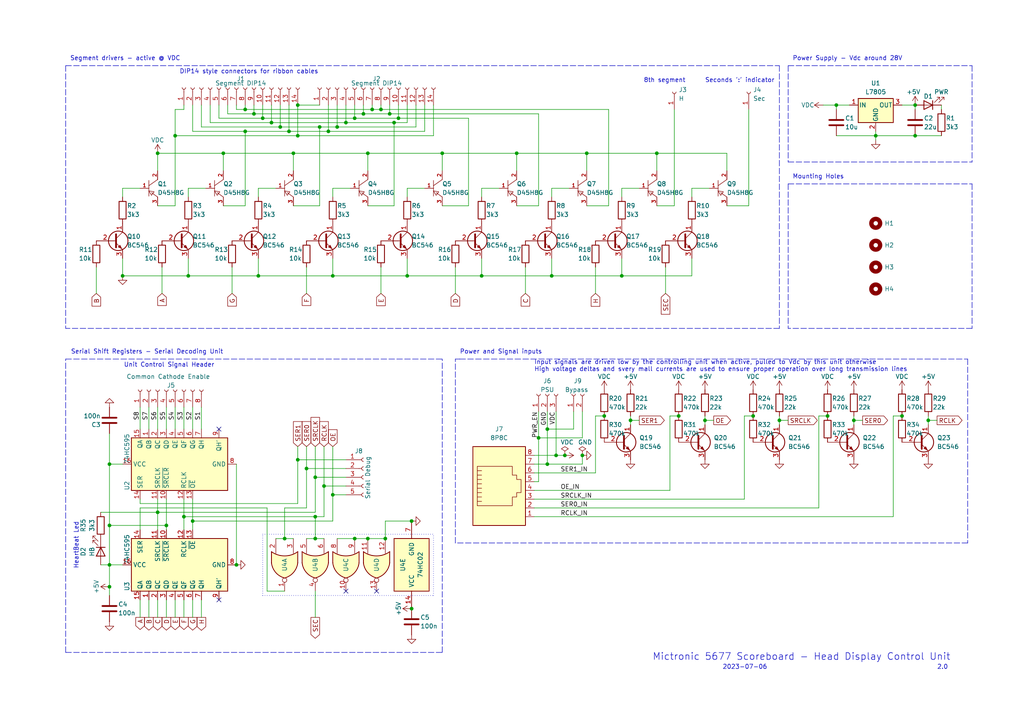
<source format=kicad_sch>
(kicad_sch (version 20230121) (generator eeschema)
  (paper "A4")
  (junction (at 31.75 134.62))
  (junction (at 168.91 132.08))
  (junction (at 156.21 127))
  (junction (at 50.8 39.37))
  (junction (at 86.36 30.48))
  (junction (at 149.86 44.45))
  (junction (at 45.72 148.59))
  (junction (at 175.26 120.65))
  (junction (at 158.75 124.46))
  (junction (at 96.52 80.01))
  (junction (at 196.85 120.65))
  (junction (at 71.12 31.75))
  (junction (at 53.34 149.86))
  (junction (at 78.74 35.56))
  (junction (at 190.5 44.45))
  (junction (at 91.44 149.86))
  (junction (at 115.57 34.29))
  (junction (at 86.36 133.35))
  (junction (at 88.9 135.89))
  (junction (at 204.47 121.92))
  (junction (at 218.44 120.65))
  (junction (at 106.68 156.21))
  (junction (at 76.2 34.29))
  (junction (at 163.83 132.08))
  (junction (at 91.44 156.21))
  (junction (at 240.03 120.65))
  (junction (at 83.82 38.1))
  (junction (at 254 39.37))
  (junction (at 182.88 121.92))
  (junction (at 35.56 80.01))
  (junction (at 97.79 36.83))
  (junction (at 82.55 156.21))
  (junction (at 265.43 39.37))
  (junction (at 180.34 80.01))
  (junction (at 269.24 121.92))
  (junction (at 92.71 36.83))
  (junction (at 45.72 44.45))
  (junction (at 85.09 44.45))
  (junction (at 100.33 35.56))
  (junction (at 242.57 30.48))
  (junction (at 161.29 132.08))
  (junction (at 31.75 152.4))
  (junction (at 107.95 31.75))
  (junction (at 64.77 44.45))
  (junction (at 119.38 151.13))
  (junction (at 102.87 34.29))
  (junction (at 81.28 36.83))
  (junction (at 93.98 140.97))
  (junction (at 73.66 33.02))
  (junction (at 128.27 44.45))
  (junction (at 68.58 163.83))
  (junction (at 55.88 151.13))
  (junction (at 226.06 121.92))
  (junction (at 265.43 30.48))
  (junction (at 110.49 31.75))
  (junction (at 114.3 35.56))
  (junction (at 105.41 33.02))
  (junction (at 96.52 143.51))
  (junction (at 86.36 39.37))
  (junction (at 118.11 80.01))
  (junction (at 91.44 138.43))
  (junction (at 261.62 120.65))
  (junction (at 119.38 176.53))
  (junction (at 170.18 44.45))
  (junction (at 160.02 80.01))
  (junction (at 95.25 38.1))
  (junction (at 111.76 156.21))
  (junction (at 106.68 44.45))
  (junction (at 139.7 80.01))
  (junction (at 31.75 163.83))
  (junction (at 113.03 33.02))
  (junction (at 71.12 38.1))
  (junction (at 31.75 170.18))
  (junction (at 74.93 80.01))
  (junction (at 158.75 134.62))
  (junction (at 102.87 156.21))
  (junction (at 54.61 80.01))
  (junction (at 48.26 152.4))
  (junction (at 247.65 121.92))
  (no_connect (at 63.5 173.99))
  (no_connect (at 109.22 171.45))
  (no_connect (at 63.5 124.46))
  (no_connect (at 100.33 171.45))
  (wire (pts (xy 247.65 120.65) (xy 247.65 121.92)))
  (wire (pts (xy 226.06 120.65) (xy 226.06 121.92)))
  (wire (pts (xy 195.58 31.75) (xy 195.58 59.69)))
  (wire (pts (xy 40.64 179.07) (xy 40.64 173.99)))
  (wire (pts (xy 74.93 80.01) (xy 74.93 74.93)))
  (wire (pts (xy 66.04 30.48) (xy 66.04 33.02)))
  (wire (pts (xy 85.09 44.45) (xy 85.09 49.53)))
  (wire (pts (xy 71.12 59.69) (xy 71.12 38.1)))
  (wire (pts (xy 93.98 129.54) (xy 93.98 140.97)))
  (wire (pts (xy 40.64 153.67) (xy 40.64 147.32)))
  (polyline (pts (xy 280.67 104.14) (xy 280.67 157.48)) (stroke (width 0) (type dash)))
  (wire (pts (xy 190.5 44.45) (xy 190.5 49.53)))
  (wire (pts (xy 96.52 143.51) (xy 100.33 143.51)))
  (wire (pts (xy 31.75 163.83) (xy 31.75 152.4)))
  (wire (pts (xy 31.75 170.18) (xy 31.75 172.72)))
  (wire (pts (xy 53.34 149.86) (xy 53.34 144.78)))
  (wire (pts (xy 50.8 59.69) (xy 50.8 39.37)))
  (wire (pts (xy 35.56 80.01) (xy 54.61 80.01)))
  (wire (pts (xy 86.36 133.35) (xy 100.33 133.35)))
  (wire (pts (xy 92.71 36.83) (xy 92.71 59.69)))
  (wire (pts (xy 102.87 34.29) (xy 76.2 34.29)))
  (polyline (pts (xy 281.94 53.34) (xy 281.94 95.25)) (stroke (width 0) (type dash)))
  (wire (pts (xy 161.29 132.08) (xy 163.83 132.08)))
  (wire (pts (xy 55.88 151.13) (xy 55.88 144.78)))
  (wire (pts (xy 158.75 119.38) (xy 158.75 124.46)))
  (wire (pts (xy 247.65 121.92) (xy 247.65 123.19)))
  (wire (pts (xy 242.57 30.48) (xy 246.38 30.48)))
  (wire (pts (xy 176.53 31.75) (xy 110.49 31.75)))
  (wire (pts (xy 31.75 134.62) (xy 31.75 125.73)))
  (wire (pts (xy 40.64 146.05) (xy 86.36 146.05)))
  (wire (pts (xy 91.44 138.43) (xy 91.44 148.59)))
  (wire (pts (xy 168.91 132.08) (xy 168.91 134.62)))
  (wire (pts (xy 105.41 33.02) (xy 113.03 33.02)))
  (wire (pts (xy 111.76 151.13) (xy 111.76 156.21)))
  (wire (pts (xy 226.06 121.92) (xy 226.06 123.19)))
  (wire (pts (xy 74.93 57.15) (xy 74.93 54.61)))
  (wire (pts (xy 218.44 120.65) (xy 215.9 120.65)))
  (wire (pts (xy 123.19 30.48) (xy 123.19 38.1)))
  (wire (pts (xy 45.72 179.07) (xy 45.72 173.99)))
  (wire (pts (xy 115.57 34.29) (xy 102.87 34.29)))
  (wire (pts (xy 95.25 38.1) (xy 83.82 38.1)))
  (wire (pts (xy 269.24 121.92) (xy 269.24 123.19)))
  (wire (pts (xy 110.49 77.47) (xy 110.49 85.09)))
  (polyline (pts (xy 226.06 19.05) (xy 226.06 95.25)) (stroke (width 0) (type dash)))
  (wire (pts (xy 78.74 30.48) (xy 78.74 35.56)))
  (wire (pts (xy 31.75 170.18) (xy 31.75 163.83)))
  (wire (pts (xy 45.72 148.59) (xy 45.72 144.78)))
  (wire (pts (xy 182.88 121.92) (xy 182.88 123.19)))
  (polyline (pts (xy 19.05 189.23) (xy 19.05 104.14)) (stroke (width 0) (type dash)))
  (wire (pts (xy 58.42 124.46) (xy 58.42 118.11)))
  (wire (pts (xy 106.68 44.45) (xy 128.27 44.45)))
  (wire (pts (xy 92.71 59.69) (xy 85.09 59.69)))
  (wire (pts (xy 135.89 34.29) (xy 115.57 34.29)))
  (wire (pts (xy 29.21 163.83) (xy 31.75 163.83)))
  (wire (pts (xy 118.11 80.01) (xy 118.11 74.93)))
  (wire (pts (xy 91.44 156.21) (xy 93.98 156.21)))
  (polyline (pts (xy 76.2 172.72) (xy 125.73 172.72)) (stroke (width 0) (type dot)))
  (wire (pts (xy 66.04 33.02) (xy 73.66 33.02)))
  (wire (pts (xy 217.17 31.75) (xy 217.17 59.69)))
  (wire (pts (xy 182.88 121.92) (xy 185.42 121.92)))
  (wire (pts (xy 81.28 36.83) (xy 92.71 36.83)))
  (wire (pts (xy 156.21 59.69) (xy 149.86 59.69)))
  (wire (pts (xy 71.12 38.1) (xy 83.82 38.1)))
  (polyline (pts (xy 76.2 154.94) (xy 125.73 154.94)) (stroke (width 0) (type dot)))
  (wire (pts (xy 176.53 59.69) (xy 176.53 31.75)))
  (wire (pts (xy 58.42 36.83) (xy 81.28 36.83)))
  (wire (pts (xy 139.7 80.01) (xy 139.7 74.93)))
  (wire (pts (xy 88.9 156.21) (xy 91.44 156.21)))
  (wire (pts (xy 166.37 124.46) (xy 166.37 119.38)))
  (wire (pts (xy 105.41 30.48) (xy 105.41 33.02)))
  (wire (pts (xy 247.65 121.92) (xy 250.19 121.92)))
  (polyline (pts (xy 132.08 104.14) (xy 133.35 104.14)))
  (wire (pts (xy 110.49 31.75) (xy 107.95 31.75)))
  (polyline (pts (xy 19.05 104.14) (xy 128.27 104.14)) (stroke (width 0) (type dash)))
  (wire (pts (xy 156.21 127) (xy 168.91 127)))
  (wire (pts (xy 50.8 39.37) (xy 50.8 31.75)))
  (wire (pts (xy 77.47 147.32) (xy 77.47 171.45)))
  (wire (pts (xy 156.21 33.02) (xy 156.21 59.69)))
  (wire (pts (xy 180.34 57.15) (xy 180.34 54.61)))
  (wire (pts (xy 259.08 120.65) (xy 259.08 149.86)))
  (polyline (pts (xy 19.05 19.05) (xy 226.06 19.05)) (stroke (width 0) (type dash)))
  (wire (pts (xy 180.34 54.61) (xy 185.42 54.61)))
  (wire (pts (xy 254 39.37) (xy 254 40.64)))
  (wire (pts (xy 154.94 142.24) (xy 194.31 142.24)))
  (wire (pts (xy 27.94 77.47) (xy 27.94 85.09)))
  (wire (pts (xy 31.75 134.62) (xy 35.56 134.62)))
  (wire (pts (xy 54.61 54.61) (xy 59.69 54.61)))
  (wire (pts (xy 82.55 156.21) (xy 85.09 156.21)))
  (wire (pts (xy 96.52 80.01) (xy 96.52 74.93)))
  (wire (pts (xy 29.21 148.59) (xy 45.72 148.59)))
  (wire (pts (xy 63.5 30.48) (xy 63.5 34.29)))
  (wire (pts (xy 154.94 139.7) (xy 156.21 139.7)))
  (wire (pts (xy 269.24 121.92) (xy 271.78 121.92)))
  (wire (pts (xy 54.61 80.01) (xy 74.93 80.01)))
  (wire (pts (xy 67.31 77.47) (xy 67.31 85.09)))
  (wire (pts (xy 35.56 57.15) (xy 35.56 54.61)))
  (wire (pts (xy 54.61 80.01) (xy 54.61 74.93)))
  (wire (pts (xy 226.06 121.92) (xy 228.6 121.92)))
  (polyline (pts (xy 125.73 172.72) (xy 125.73 154.94)) (stroke (width 0) (type dot)))
  (wire (pts (xy 55.88 124.46) (xy 55.88 118.11)))
  (wire (pts (xy 261.62 120.65) (xy 259.08 120.65)))
  (wire (pts (xy 273.05 30.48) (xy 273.05 31.75)))
  (polyline (pts (xy 280.67 157.48) (xy 132.08 157.48)) (stroke (width 0) (type dash)))
  (wire (pts (xy 97.79 36.83) (xy 92.71 36.83)))
  (wire (pts (xy 96.52 129.54) (xy 96.52 143.51)))
  (wire (pts (xy 106.68 44.45) (xy 106.68 49.53)))
  (wire (pts (xy 240.03 120.65) (xy 237.49 120.65)))
  (wire (pts (xy 82.55 156.21) (xy 82.55 147.32)))
  (wire (pts (xy 180.34 80.01) (xy 180.34 74.93)))
  (polyline (pts (xy 128.27 189.23) (xy 128.27 104.14)) (stroke (width 0) (type dash)))
  (wire (pts (xy 128.27 44.45) (xy 149.86 44.45)))
  (wire (pts (xy 154.94 134.62) (xy 158.75 134.62)))
  (polyline (pts (xy 281.94 19.05) (xy 281.94 46.99)) (stroke (width 0) (type dash)))
  (wire (pts (xy 81.28 30.48) (xy 81.28 36.83)))
  (wire (pts (xy 96.52 54.61) (xy 101.6 54.61)))
  (wire (pts (xy 58.42 30.48) (xy 58.42 36.83)))
  (wire (pts (xy 139.7 80.01) (xy 160.02 80.01)))
  (wire (pts (xy 154.94 144.78) (xy 215.9 144.78)))
  (wire (pts (xy 55.88 151.13) (xy 96.52 151.13)))
  (wire (pts (xy 95.25 30.48) (xy 95.25 38.1)))
  (wire (pts (xy 97.79 30.48) (xy 97.79 36.83)))
  (wire (pts (xy 193.04 77.47) (xy 193.04 85.09)))
  (wire (pts (xy 73.66 30.48) (xy 73.66 33.02)))
  (wire (pts (xy 55.88 153.67) (xy 55.88 151.13)))
  (wire (pts (xy 114.3 35.56) (xy 118.11 35.56)))
  (wire (pts (xy 64.77 44.45) (xy 64.77 49.53)))
  (polyline (pts (xy 228.6 19.05) (xy 281.94 19.05)) (stroke (width 0) (type dash)))
  (wire (pts (xy 86.36 133.35) (xy 86.36 146.05)))
  (wire (pts (xy 261.62 30.48) (xy 265.43 30.48)))
  (wire (pts (xy 45.72 49.53) (xy 45.72 44.45)))
  (wire (pts (xy 190.5 59.69) (xy 195.58 59.69)))
  (wire (pts (xy 128.27 59.69) (xy 135.89 59.69)))
  (wire (pts (xy 100.33 30.48) (xy 100.33 35.56)))
  (wire (pts (xy 204.47 120.65) (xy 204.47 121.92)))
  (wire (pts (xy 161.29 119.38) (xy 161.29 132.08)))
  (wire (pts (xy 120.65 30.48) (xy 120.65 36.83)))
  (wire (pts (xy 45.72 153.67) (xy 45.72 148.59)))
  (wire (pts (xy 45.72 148.59) (xy 91.44 148.59)))
  (wire (pts (xy 46.99 77.47) (xy 46.99 85.09)))
  (wire (pts (xy 172.72 77.47) (xy 172.72 85.09)))
  (wire (pts (xy 88.9 129.54) (xy 88.9 135.89)))
  (wire (pts (xy 71.12 31.75) (xy 68.58 31.75)))
  (wire (pts (xy 175.26 120.65) (xy 172.72 120.65)))
  (wire (pts (xy 154.94 137.16) (xy 172.72 137.16)))
  (wire (pts (xy 91.44 179.07) (xy 91.44 171.45)))
  (polyline (pts (xy 76.2 172.72) (xy 76.2 154.94)) (stroke (width 0) (type dot)))
  (wire (pts (xy 91.44 129.54) (xy 91.44 138.43)))
  (wire (pts (xy 115.57 30.48) (xy 115.57 34.29)))
  (wire (pts (xy 43.18 179.07) (xy 43.18 173.99)))
  (polyline (pts (xy 19.05 19.05) (xy 19.05 95.25)) (stroke (width 0) (type dash)))
  (wire (pts (xy 190.5 44.45) (xy 210.82 44.45)))
  (wire (pts (xy 139.7 57.15) (xy 139.7 54.61)))
  (wire (pts (xy 114.3 35.56) (xy 100.33 35.56)))
  (wire (pts (xy 113.03 30.48) (xy 113.03 33.02)))
  (wire (pts (xy 210.82 59.69) (xy 217.17 59.69)))
  (wire (pts (xy 50.8 124.46) (xy 50.8 118.11)))
  (wire (pts (xy 118.11 35.56) (xy 118.11 30.48)))
  (polyline (pts (xy 228.6 19.05) (xy 228.6 46.99)) (stroke (width 0) (type dash)))
  (wire (pts (xy 156.21 127) (xy 156.21 139.7)))
  (wire (pts (xy 64.77 44.45) (xy 85.09 44.45)))
  (wire (pts (xy 54.61 57.15) (xy 54.61 54.61)))
  (wire (pts (xy 170.18 44.45) (xy 170.18 49.53)))
  (wire (pts (xy 55.88 179.07) (xy 55.88 173.99)))
  (wire (pts (xy 64.77 59.69) (xy 71.12 59.69)))
  (wire (pts (xy 48.26 153.67) (xy 48.26 152.4)))
  (wire (pts (xy 269.24 120.65) (xy 269.24 121.92)))
  (wire (pts (xy 242.57 30.48) (xy 242.57 31.75)))
  (wire (pts (xy 86.36 30.48) (xy 92.71 30.48)))
  (wire (pts (xy 93.98 140.97) (xy 100.33 140.97)))
  (wire (pts (xy 58.42 179.07) (xy 58.42 173.99)))
  (wire (pts (xy 154.94 147.32) (xy 237.49 147.32)))
  (wire (pts (xy 172.72 120.65) (xy 172.72 137.16)))
  (wire (pts (xy 85.09 44.45) (xy 106.68 44.45)))
  (polyline (pts (xy 19.05 189.23) (xy 128.27 189.23)) (stroke (width 0) (type dash)))
  (wire (pts (xy 86.36 39.37) (xy 50.8 39.37)))
  (wire (pts (xy 50.8 179.07) (xy 50.8 173.99)))
  (wire (pts (xy 160.02 80.01) (xy 160.02 74.93)))
  (wire (pts (xy 48.26 124.46) (xy 48.26 118.11)))
  (wire (pts (xy 254 38.1) (xy 254 39.37)))
  (wire (pts (xy 96.52 57.15) (xy 96.52 54.61)))
  (wire (pts (xy 154.94 149.86) (xy 259.08 149.86)))
  (wire (pts (xy 43.18 124.46) (xy 43.18 118.11)))
  (wire (pts (xy 158.75 124.46) (xy 158.75 134.62)))
  (wire (pts (xy 132.08 77.47) (xy 132.08 85.09)))
  (wire (pts (xy 204.47 121.92) (xy 207.01 121.92)))
  (wire (pts (xy 45.72 44.45) (xy 64.77 44.45)))
  (wire (pts (xy 168.91 127) (xy 168.91 119.38)))
  (polyline (pts (xy 226.06 95.25) (xy 19.05 95.25)) (stroke (width 0) (type dash)))
  (wire (pts (xy 170.18 59.69) (xy 176.53 59.69)))
  (wire (pts (xy 254 39.37) (xy 265.43 39.37)))
  (wire (pts (xy 74.93 54.61) (xy 80.01 54.61)))
  (wire (pts (xy 53.34 124.46) (xy 53.34 118.11)))
  (wire (pts (xy 123.19 38.1) (xy 95.25 38.1)))
  (wire (pts (xy 68.58 30.48) (xy 68.58 31.75)))
  (wire (pts (xy 106.68 59.69) (xy 114.3 59.69)))
  (wire (pts (xy 210.82 44.45) (xy 210.82 49.53)))
  (wire (pts (xy 93.98 140.97) (xy 93.98 149.86)))
  (wire (pts (xy 50.8 31.75) (xy 53.34 31.75)))
  (wire (pts (xy 118.11 54.61) (xy 123.19 54.61)))
  (wire (pts (xy 154.94 132.08) (xy 161.29 132.08)))
  (wire (pts (xy 40.64 147.32) (xy 77.47 147.32)))
  (wire (pts (xy 40.64 144.78) (xy 40.64 146.05)))
  (wire (pts (xy 237.49 120.65) (xy 237.49 147.32)))
  (wire (pts (xy 82.55 147.32) (xy 88.9 147.32)))
  (wire (pts (xy 71.12 30.48) (xy 71.12 31.75)))
  (wire (pts (xy 114.3 59.69) (xy 114.3 35.56)))
  (wire (pts (xy 215.9 120.65) (xy 215.9 144.78)))
  (wire (pts (xy 128.27 44.45) (xy 128.27 49.53)))
  (wire (pts (xy 113.03 33.02) (xy 156.21 33.02)))
  (wire (pts (xy 31.75 152.4) (xy 31.75 134.62)))
  (wire (pts (xy 74.93 80.01) (xy 96.52 80.01)))
  (wire (pts (xy 204.47 121.92) (xy 204.47 123.19)))
  (wire (pts (xy 31.75 152.4) (xy 48.26 152.4)))
  (polyline (pts (xy 133.35 104.14) (xy 280.67 104.14)) (stroke (width 0) (type dash)))
  (wire (pts (xy 86.36 30.48) (xy 86.36 39.37)))
  (wire (pts (xy 48.26 152.4) (xy 48.26 144.78)))
  (wire (pts (xy 48.26 179.07) (xy 48.26 173.99)))
  (wire (pts (xy 45.72 59.69) (xy 50.8 59.69)))
  (wire (pts (xy 106.68 156.21) (xy 111.76 156.21)))
  (wire (pts (xy 149.86 44.45) (xy 149.86 49.53)))
  (polyline (pts (xy 228.6 46.99) (xy 281.94 46.99)) (stroke (width 0) (type dash)))
  (wire (pts (xy 158.75 134.62) (xy 168.91 134.62)))
  (wire (pts (xy 200.66 57.15) (xy 200.66 54.61)))
  (wire (pts (xy 68.58 163.83) (xy 68.58 134.62)))
  (wire (pts (xy 118.11 57.15) (xy 118.11 54.61)))
  (wire (pts (xy 125.73 30.48) (xy 125.73 39.37)))
  (wire (pts (xy 91.44 156.21) (xy 91.44 149.86)))
  (wire (pts (xy 86.36 129.54) (xy 86.36 133.35)))
  (wire (pts (xy 119.38 151.13) (xy 111.76 151.13)))
  (wire (pts (xy 107.95 30.48) (xy 107.95 31.75)))
  (wire (pts (xy 194.31 120.65) (xy 194.31 142.24)))
  (wire (pts (xy 102.87 156.21) (xy 106.68 156.21)))
  (wire (pts (xy 96.52 80.01) (xy 118.11 80.01)))
  (wire (pts (xy 97.79 156.21) (xy 102.87 156.21)))
  (wire (pts (xy 78.74 35.56) (xy 60.96 35.56)))
  (wire (pts (xy 160.02 54.61) (xy 165.1 54.61)))
  (wire (pts (xy 158.75 124.46) (xy 166.37 124.46)))
  (wire (pts (xy 160.02 80.01) (xy 180.34 80.01)))
  (wire (pts (xy 273.05 39.37) (xy 265.43 39.37)))
  (wire (pts (xy 31.75 163.83) (xy 35.56 163.83)))
  (wire (pts (xy 71.12 38.1) (xy 55.88 38.1)))
  (wire (pts (xy 120.65 36.83) (xy 97.79 36.83)))
  (wire (pts (xy 152.4 77.47) (xy 152.4 85.09)))
  (wire (pts (xy 60.96 30.48) (xy 60.96 35.56)))
  (wire (pts (xy 73.66 33.02) (xy 105.41 33.02)))
  (wire (pts (xy 88.9 77.47) (xy 88.9 85.09)))
  (wire (pts (xy 53.34 179.07) (xy 53.34 173.99)))
  (wire (pts (xy 88.9 135.89) (xy 88.9 147.32)))
  (polyline (pts (xy 228.6 53.34) (xy 228.6 95.25)) (stroke (width 0) (type dash)))
  (wire (pts (xy 35.56 54.61) (xy 40.64 54.61)))
  (wire (pts (xy 96.52 143.51) (xy 96.52 151.13)))
  (wire (pts (xy 238.76 30.48) (xy 242.57 30.48)))
  (wire (pts (xy 53.34 153.67) (xy 53.34 149.86)))
  (wire (pts (xy 182.88 120.65) (xy 182.88 121.92)))
  (wire (pts (xy 76.2 34.29) (xy 63.5 34.29)))
  (polyline (pts (xy 281.94 95.25) (xy 228.6 95.25)) (stroke (width 0) (type dash)))
  (wire (pts (xy 40.64 124.46) (xy 40.64 118.11)))
  (wire (pts (xy 83.82 38.1) (xy 83.82 30.48)))
  (wire (pts (xy 118.11 80.01) (xy 139.7 80.01)))
  (wire (pts (xy 76.2 30.48) (xy 76.2 34.29)))
  (wire (pts (xy 125.73 39.37) (xy 86.36 39.37)))
  (polyline (pts (xy 132.08 157.48) (xy 132.08 104.14)) (stroke (width 0) (type dash)))
  (wire (pts (xy 91.44 149.86) (xy 93.98 149.86)))
  (wire (pts (xy 139.7 54.61) (xy 144.78 54.61)))
  (wire (pts (xy 77.47 171.45) (xy 82.55 171.45)))
  (wire (pts (xy 91.44 138.43) (xy 100.33 138.43)))
  (wire (pts (xy 107.95 31.75) (xy 71.12 31.75)))
  (wire (pts (xy 80.01 156.21) (xy 82.55 156.21)))
  (wire (pts (xy 55.88 30.48) (xy 55.88 38.1)))
  (wire (pts (xy 200.66 54.61) (xy 205.74 54.61)))
  (wire (pts (xy 265.43 30.48) (xy 265.43 31.75)))
  (wire (pts (xy 196.85 120.65) (xy 194.31 120.65)))
  (wire (pts (xy 160.02 57.15) (xy 160.02 54.61)))
  (polyline (pts (xy 228.6 53.34) (xy 281.94 53.34)) (stroke (width 0) (type dash)))
  (wire (pts (xy 35.56 74.93) (xy 35.56 80.01)))
  (wire (pts (xy 88.9 135.89) (xy 100.33 135.89)))
  (wire (pts (xy 156.21 119.38) (xy 156.21 127)))
  (wire (pts (xy 180.34 80.01) (xy 200.66 80.01)))
  (wire (pts (xy 102.87 30.48) (xy 102.87 34.29)))
  (wire (pts (xy 149.86 44.45) (xy 170.18 44.45)))
  (wire (pts (xy 100.33 35.56) (xy 78.74 35.56)))
  (wire (pts (xy 53.34 149.86) (xy 91.44 149.86)))
  (wire (pts (xy 110.49 30.48) (xy 110.49 31.75)))
  (wire (pts (xy 170.18 44.45) (xy 190.5 44.45)))
  (wire (pts (xy 45.72 124.46) (xy 45.72 118.11)))
  (wire (pts (xy 135.89 59.69) (xy 135.89 34.29)))
  (wire (pts (xy 200.66 80.01) (xy 200.66 74.93)))
  (wire (pts (xy 53.34 30.48) (xy 53.34 31.75)))
  (wire (pts (xy 242.57 39.37) (xy 254 39.37)))
  (text "Unit Control Signal Header" (at 62.23 106.68 0) (effects (font (size 1.27 1.27)) (justify right bottom)))
  (text "8th segment" (at 186.69 24.13 0) (effects (font (size 1.27 1.27)) (justify left bottom)))
  (text "Power and Signal inputs" (at 133.35 102.87 0) (effects (font (size 1.27 1.27)) (justify left bottom)))
  (text "Input signals are driven low by the controlling unit when active, pulled to Vdc by this unit otherwise\nHigh voltage deltas and svery mall currents are used to ensure proper operation over long transmission lines" (at 154.94 107.95 0) (effects (font (size 1.27 1.27)) (justify left bottom)))
  (text "Seconds ':' indicator" (at 204.47 24.13 0) (effects (font (size 1.27 1.27)) (justify left bottom)))
  (text "DIP14 style connectors for ribbon cables" (at 52.07 21.59 0) (effects (font (size 1.27 1.27)) (justify left bottom)))
  (text "Mounting Holes" (at 229.87 52.07 0) (effects (font (size 1.27 1.27)) (justify left bottom)))
  (text "Serial Shift Registers - Serial Decoding Unit" (at 64.77 102.87 0) (effects (font (size 1.27 1.27)) (justify right bottom)))
  (text "Segment drivers - active @ VDC" (at 20.32 17.78 0) (effects (font (size 1.27 1.27)) (justify left bottom)))
  (text "2.0" (at 271.78 194.31 0) (effects (font (size 1.27 1.27)) (justify left bottom)))
  (text "Mictronic 5677 Scoreboard - Head Display Control Unit" (at 189.23 191.77 0) (effects (font (size 2 2)) (justify left bottom)))
  (text "Power Supply - Vdc around 28V" (at 229.87 17.78 0) (effects (font (size 1.27 1.27)) (justify left bottom)))
  (text "2023-07-06" (at 209.55 194.31 0) (effects (font (size 1.27 1.27)) (justify left bottom)))
  (text "HeartBeat Led" (at 22.86 165.1 90) (effects (font (size 1.27 1.27)) (justify left bottom)))
  (label "GND" (at 158.75 119.38 270))
  (label "S7" (at 43.18 121.92 90))
  (label "VDC" (at 161.29 119.38 270))
  (label "S6" (at 45.72 121.92 90))
  (label "PWR_EN" (at 156.21 119.38 270))
  (label "S8" (at 40.64 121.92 90))
  (label "SER1_IN" (at 162.56 137.16 0))
  (label "RCLK_IN" (at 162.56 149.86 0))
  (label "SRCLK_IN" (at 162.56 144.78 0))
  (label "S3" (at 53.34 121.92 90))
  (label "S1" (at 58.42 121.92 90))
  (label "S2" (at 55.88 121.92 90))
  (label "SER0_IN" (at 162.56 147.32 0))
  (label "S5" (at 48.26 121.92 90))
  (label "OE_IN" (at 162.56 142.24 0))
  (label "S4" (at 50.8 121.92 90))
  (global_label "OE" (shape input) (at 96.52 129.54 90) (property "Intersheetrefs" "${INTERSHEET_REFS}" (effects hide)))
  (global_label "F" (shape output) (at 53.34 179.07 270) (property "Intersheetrefs" "${INTERSHEET_REFS}" (effects hide)))
  (global_label "A" (shape input) (at 46.99 85.09 270) (property "Intersheetrefs" "${INTERSHEET_REFS}" (effects hide)))
  (global_label "A" (shape output) (at 40.64 179.07 270) (property "Intersheetrefs" "${INTERSHEET_REFS}" (effects hide)))
  (global_label "SRCLK" (shape input) (at 91.44 129.54 90) (property "Intersheetrefs" "${INTERSHEET_REFS}" (effects hide)))
  (global_label "SRCLK" (shape output) (at 228.6 121.92 0) (property "Intersheetrefs" "${INTERSHEET_REFS}" (effects hide)))
  (global_label "C" (shape output) (at 45.72 179.07 270) (property "Intersheetrefs" "${INTERSHEET_REFS}" (effects hide)))
  (global_label "B" (shape output) (at 43.18 179.07 270) (property "Intersheetrefs" "${INTERSHEET_REFS}" (effects hide)))
  (global_label "B" (shape input) (at 27.94 85.09 270) (property "Intersheetrefs" "${INTERSHEET_REFS}" (effects hide)))
  (global_label "E" (shape output) (at 50.8 179.07 270) (property "Intersheetrefs" "${INTERSHEET_REFS}" (effects hide)))
  (global_label "SER1" (shape input) (at 86.36 129.54 90) (property "Intersheetrefs" "${INTERSHEET_REFS}" (effects hide)))
  (global_label "OE" (shape output) (at 207.01 121.92 0) (property "Intersheetrefs" "${INTERSHEET_REFS}" (effects hide)))
  (global_label "E" (shape input) (at 110.49 85.09 270) (property "Intersheetrefs" "${INTERSHEET_REFS}" (effects hide)))
  (global_label "SER0" (shape input) (at 88.9 129.54 90) (property "Intersheetrefs" "${INTERSHEET_REFS}" (effects hide)))
  (global_label "SER1" (shape output) (at 185.42 121.92 0) (property "Intersheetrefs" "${INTERSHEET_REFS}" (effects hide)))
  (global_label "SER0" (shape output) (at 250.19 121.92 0) (property "Intersheetrefs" "${INTERSHEET_REFS}" (effects hide)))
  (global_label "H" (shape input) (at 172.72 85.09 270) (property "Intersheetrefs" "${INTERSHEET_REFS}" (effects hide)))
  (global_label "G" (shape output) (at 55.88 179.07 270) (property "Intersheetrefs" "${INTERSHEET_REFS}" (effects hide)))
  (global_label "SEC" (shape output) (at 91.44 179.07 270) (property "Intersheetrefs" "${INTERSHEET_REFS}" (effects hide)))
  (global_label "RCLK" (shape output) (at 271.78 121.92 0) (property "Intersheetrefs" "${INTERSHEET_REFS}" (effects hide)))
  (global_label "F" (shape input) (at 88.9 85.09 270) (property "Intersheetrefs" "${INTERSHEET_REFS}" (effects hide)))
  (global_label "D" (shape output) (at 48.26 179.07 270) (property "Intersheetrefs" "${INTERSHEET_REFS}" (effects hide)))
  (global_label "C" (shape input) (at 152.4 85.09 270) (property "Intersheetrefs" "${INTERSHEET_REFS}" (effects hide)))
  (global_label "SEC" (shape input) (at 193.04 85.09 270) (property "Intersheetrefs" "${INTERSHEET_REFS}" (effects hide)))
  (global_label "G" (shape input) (at 67.31 85.09 270) (property "Intersheetrefs" "${INTERSHEET_REFS}" (effects hide)))
  (global_label "D" (shape input) (at 132.08 85.09 270) (property "Intersheetrefs" "${INTERSHEET_REFS}" (effects hide)))
  (global_label "H" (shape output) (at 58.42 179.07 270) (property "Intersheetrefs" "${INTERSHEET_REFS}" (effects hide)))
  (global_label "RCLK" (shape input) (at 93.98 129.54 90) (property "Intersheetrefs" "${INTERSHEET_REFS}" (effects hide)))
  (symbol (lib_id "Mechanical:MountingHole") (at 254 83.82 0) (unit 1)
    (property "Reference" "H4" (at 256.54 83.82 0) (effects (justify left)))
    (property "Value" "MountingHole" (effects hide))
    (property "Footprint" "MountingHole:MountingHole_5.3mm_M5" (effects hide))
  )
  (symbol (lib_id "74xx:74HC02") (at 82.55 163.83 90) (mirror x) (unit 1)
    (property "Reference" "U4" (at 82.55 163.83 0))
    (property "Value" "74HC02" (effects hide))
    (property "Footprint" "Package_DIP:DIP-14_W7.62mm_Socket" (effects hide))
    (property "Datasheet" "http://www.ti.com/lit/gpn/sn74hc02" (effects hide))
  )
  (symbol (lib_id "power:+5V") (at 265.43 30.48 0) (unit 1)
    (property "Reference" "#PWR02" (effects hide))
    (property "Value" "+5V" (at 262.89 26.67 0) (effects (justify left)))
  )
  (symbol (lib_id "Device:R") (at 29.21 152.4 0) (unit 1)
    (property "Reference" "R35" (at 24.13 152.4 90))
    (property "Value" "3k3" (at 26.67 152.4 90))
    (property "Footprint" "Resistor_THT:R_Axial_DIN0204_L3.6mm_D1.6mm_P7.62mm_Horizontal" (effects hide))
  )
  (symbol (lib_id "74xx:74HC595") (at 50.8 134.62 90) (unit 1)
    (property "Reference" "U2" (at 36.83 142.24 0) (effects (justify left)))
    (property "Value" "74HC595" (at 36.83 134.62 0) (effects (justify left)))
    (property "Footprint" "Package_DIP:DIP-16_W7.62mm_Socket" (effects hide))
    (property "Datasheet" "http://www.ti.com/lit/ds/symlink/sn74hc595.pdf" (effects hide))
  )
  (symbol (lib_id "power:VDC") (at 261.62 113.03 0) (unit 1)
    (property "Reference" "#PWR014" (effects hide))
    (property "Value" "VDC" (at 261.62 109.22 0))
  )
  (symbol (lib_id "Mechanical:MountingHole") (at 254 64.77 0) (unit 1)
    (property "Reference" "H1" (at 256.54 64.77 0) (effects (justify left)))
    (property "Value" "MountingHole" (effects hide))
    (property "Footprint" "MountingHole:MountingHole_5.3mm_M5" (effects hide))
  )
  (symbol (lib_id "power:VDC") (at 238.76 30.48 90) (unit 1)
    (property "Reference" "#PWR01" (effects hide))
    (property "Value" "VDC" (at 236.22 30.48 90) (effects (justify left)))
  )
  (symbol (lib_id "Device:C") (at 31.75 176.53 0) (unit 1)
    (property "Reference" "C4" (at 34.29 175.26 0) (effects (justify left)))
    (property "Value" "100n" (at 34.29 177.8 0) (effects (justify left)))
    (property "Footprint" "Capacitor_THT:C_Disc_D3.8mm_W2.6mm_P2.50mm" (effects hide))
  )
  (symbol (lib_id "Device:R") (at 247.65 116.84 0) (unit 1)
    (property "Reference" "R27" (at 248.92 115.57 0) (effects (justify left)))
    (property "Value" "22k" (at 248.92 118.11 0) (effects (justify left)))
    (property "Footprint" "Resistor_THT:R_Axial_DIN0204_L3.6mm_D1.6mm_P7.62mm_Horizontal" (effects hide))
  )
  (symbol (lib_id "power:GND") (at 68.58 163.83 90) (unit 1)
    (property "Reference" "#PWR025" (effects hide))
    (property "Value" "GND" (effects hide))
  )
  (symbol (lib_id "power:+5V") (at 247.65 113.03 0) (unit 1)
    (property "Reference" "#PWR013" (effects hide))
    (property "Value" "+5V" (at 247.65 109.22 0))
  )
  (symbol (lib_id "d45h8g:D45H8G") (at 185.42 54.61 0) (unit 1)
    (property "Reference" "Q8" (at 190.5 53.34 0) (effects (justify left)))
    (property "Value" "D45H8G" (at 190.5 55.88 0) (effects (justify left)))
    (property "Footprint" "eec:On_Semiconductor-D45H8G-Manufacturer_Recommended" (effects hide))
    (property "Datasheet" "http://www.onsemi.com/pub_link/Collateral/D44H-D.PDF" (effects hide))
    (property "Component Link 1 Description" "Manufacturer URL" (effects hide))
    (property "Component Link 1 URL" "http://www.onsemi.com/" (effects hide))
    (property "Component Link 3 Description" "Package Specification" (effects hide))
    (property "Component Link 3 URL" "http://www.onsemi.com/pub_link/Collateral/221A-09.PDF" (effects hide))
    (property "Datasheet Version" "Rev. 12" (effects hide))
    (property "IC Continuous A" "10" (effects hide))
    (property "Mounting Technology" "Through Hole" (effects hide))
    (property "Package Description" "3-Pin Flange Mount, Vertical Straight Lead, Body 9.97 x 4.445 mm, Pitch 2.54 mm" (effects hide))
    (property "Package Version" "Rev. AG, 09/2011" (effects hide))
    (property "Packing" "Tube" (effects hide))
    (property "Polarity" "PNP" (effects hide))
    (property "category" "Trans" (effects hide))
    (property "ciiva ids" "2559144" (effects hide))
    (property "library id" "46eb929210ea302d" (effects hide))
    (property "manufacturer" "On Semiconductor" (effects hide))
    (property "package" "TO-220-3-221A-09" (effects hide))
    (property "release date" "1406898701" (effects hide))
    (property "rohs" "Yes" (effects hide))
    (property "vault revision" "A666DDB4-B285-4D2A-B49F-F9A2B3E7B527" (effects hide))
    (property "imported" "yes" (effects hide))
  )
  (symbol (lib_id "Transistor_BJT:BC546") (at 72.39 69.85 0) (unit 1)
    (property "Reference" "Q12" (at 76.2 68.58 0) (effects (justify left)))
    (property "Value" "BC546" (at 76.2 71.12 0) (effects (justify left)))
    (property "Footprint" "Package_TO_SOT_THT:TO-92_Inline" (effects hide))
    (property "Datasheet" "https://www.onsemi.com/pub/Collateral/BC550-D.pdf" (effects hide))
  )
  (symbol (lib_id "Connector:Conn_01x05_Socket") (at 105.41 138.43 0) (unit 1)
    (property "Reference" "J8" (at 102.87 130.81 0) (effects (justify left)))
    (property "Value" "Serial Debug" (at 106.68 144.78 90) (effects (justify left)))
    (property "Footprint" "Connector_PinHeader_2.54mm:PinHeader_1x05_P2.54mm_Vertical" (effects hide))
  )
  (symbol (lib_id "Transistor_BJT:BC546") (at 201.93 128.27 0) (unit 1)
    (property "Reference" "Q20" (at 207.01 127 0) (effects (justify left)))
    (property "Value" "BC546" (at 207.01 129.54 0) (effects (justify left)))
    (property "Footprint" "Package_TO_SOT_THT:TO-92_Inline" (effects hide))
    (property "Datasheet" "https://www.onsemi.com/pub/Collateral/BC550-D.pdf" (effects hide))
  )
  (symbol (lib_id "power:GND") (at 168.91 132.08 90) (unit 1)
    (property "Reference" "#PWR018" (effects hide))
    (property "Value" "GND" (at 167.64 128.27 90) (effects (justify right)))
  )
  (symbol (lib_id "74xx:74HC595") (at 50.8 163.83 90) (mirror x) (unit 1)
    (property "Reference" "U3" (at 36.83 171.45 0) (effects (justify right)))
    (property "Value" "74HC595" (at 36.83 163.83 0) (effects (justify right)))
    (property "Footprint" "Package_DIP:DIP-16_W7.62mm_Socket" (effects hide))
    (property "Datasheet" "http://www.ti.com/lit/ds/symlink/sn74hc595.pdf" (effects hide))
  )
  (symbol (lib_id "Connector:8P8C") (at 144.78 142.24 0) (unit 1)
    (property "Reference" "J7" (at 144.78 124.46 0))
    (property "Value" "8P8C" (at 144.78 127 0))
    (property "Footprint" "Connector_RJ:RJ45_Amphenol_54602-x08_Horizontal" (effects hide))
  )
  (symbol (lib_id "74xx:74HC02") (at 119.38 163.83 180) (unit 5)
    (property "Reference" "U4" (at 116.84 163.83 90))
    (property "Value" "74HC02" (at 121.92 163.83 90))
    (property "Footprint" "Package_DIP:DIP-14_W7.62mm_Socket" (effects hide))
    (property "Datasheet" "http://www.ti.com/lit/gpn/sn74hc02" (effects hide))
  )
  (symbol (lib_id "Connector:Conn_01x01_Socket") (at 217.17 26.67 90) (unit 1)
    (property "Reference" "J4" (at 218.44 26.035 90) (effects (justify right)))
    (property "Value" "Sec" (at 218.44 28.575 90) (effects (justify right)))
    (property "Footprint" "Connector_PinHeader_2.54mm:PinHeader_1x01_P2.54mm_Vertical" (effects hide))
  )
  (symbol (lib_id "Device:R") (at 35.56 60.96 0) (unit 1)
    (property "Reference" "R2" (at 36.83 59.69 0) (effects (justify left)))
    (property "Value" "3k3" (at 36.83 62.23 0) (effects (justify left)))
    (property "Footprint" "Resistor_THT:R_Axial_DIN0204_L3.6mm_D1.6mm_P7.62mm_Horizontal" (effects hide))
  )
  (symbol (lib_id "Device:R") (at 273.05 35.56 0) (unit 1)
    (property "Reference" "R1" (at 274.32 34.29 0) (effects (justify left)))
    (property "Value" "3k3" (at 274.32 36.83 0) (effects (justify left)))
    (property "Footprint" "Resistor_THT:R_Axial_DIN0204_L3.6mm_D1.6mm_P7.62mm_Horizontal" (effects hide))
  )
  (symbol (lib_id "Transistor_BJT:BC546") (at 157.48 69.85 0) (unit 1)
    (property "Reference" "Q16" (at 161.29 68.58 0) (effects (justify left)))
    (property "Value" "BC546" (at 161.29 71.12 0) (effects (justify left)))
    (property "Footprint" "Package_TO_SOT_THT:TO-92_Inline" (effects hide))
    (property "Datasheet" "https://www.onsemi.com/pub/Collateral/BC550-D.pdf" (effects hide))
  )
  (symbol (lib_id "d45h8g:D45H8G") (at 144.78 54.61 0) (unit 1)
    (property "Reference" "Q6" (at 149.86 53.34 0) (effects (justify left)))
    (property "Value" "D45H8G" (at 149.86 55.88 0) (effects (justify left)))
    (property "Footprint" "eec:On_Semiconductor-D45H8G-Manufacturer_Recommended" (effects hide))
    (property "Datasheet" "http://www.onsemi.com/pub_link/Collateral/D44H-D.PDF" (effects hide))
    (property "Component Link 1 Description" "Manufacturer URL" (effects hide))
    (property "Component Link 1 URL" "http://www.onsemi.com/" (effects hide))
    (property "Component Link 3 Description" "Package Specification" (effects hide))
    (property "Component Link 3 URL" "http://www.onsemi.com/pub_link/Collateral/221A-09.PDF" (effects hide))
    (property "Datasheet Version" "Rev. 12" (effects hide))
    (property "IC Continuous A" "10" (effects hide))
    (property "Mounting Technology" "Through Hole" (effects hide))
    (property "Package Description" "3-Pin Flange Mount, Vertical Straight Lead, Body 9.97 x 4.445 mm, Pitch 2.54 mm" (effects hide))
    (property "Package Version" "Rev. AG, 09/2011" (effects hide))
    (property "Packing" "Tube" (effects hide))
    (property "Polarity" "PNP" (effects hide))
    (property "category" "Trans" (effects hide))
    (property "ciiva ids" "2559144" (effects hide))
    (property "library id" "46eb929210ea302d" (effects hide))
    (property "manufacturer" "On Semiconductor" (effects hide))
    (property "package" "TO-220-3-221A-09" (effects hide))
    (property "release date" "1406898701" (effects hide))
    (property "rohs" "Yes" (effects hide))
    (property "vault revision" "A666DDB4-B285-4D2A-B49F-F9A2B3E7B527" (effects hide))
    (property "imported" "yes" (effects hide))
  )
  (symbol (lib_id "Device:R") (at 261.62 116.84 0) (unit 1)
    (property "Reference" "R28" (at 262.89 115.57 0) (effects (justify left)))
    (property "Value" "470k" (at 262.89 118.11 0) (effects (justify left)))
    (property "Footprint" "Resistor_THT:R_Axial_DIN0204_L3.6mm_D1.6mm_P7.62mm_Horizontal" (effects hide))
  )
  (symbol (lib_id "Transistor_BJT:BC546") (at 245.11 128.27 0) (unit 1)
    (property "Reference" "Q22" (at 250.19 127 0) (effects (justify left)))
    (property "Value" "BC546" (at 250.19 129.54 0) (effects (justify left)))
    (property "Footprint" "Package_TO_SOT_THT:TO-92_Inline" (effects hide))
    (property "Datasheet" "https://www.onsemi.com/pub/Collateral/BC550-D.pdf" (effects hide))
  )
  (symbol (lib_id "Device:R") (at 67.31 73.66 0) (unit 1)
    (property "Reference" "R13" (at 62.23 72.39 0) (effects (justify left)))
    (property "Value" "10k" (at 62.23 74.93 0) (effects (justify left)))
    (property "Footprint" "Resistor_THT:R_Axial_DIN0204_L3.6mm_D1.6mm_P7.62mm_Horizontal" (effects hide))
  )
  (symbol (lib_id "Device:R") (at 196.85 116.84 0) (unit 1)
    (property "Reference" "R22" (at 198.12 115.57 0) (effects (justify left)))
    (property "Value" "470k" (at 198.12 118.11 0) (effects (justify left)))
    (property "Footprint" "Resistor_THT:R_Axial_DIN0204_L3.6mm_D1.6mm_P7.62mm_Horizontal" (effects hide))
  )
  (symbol (lib_id "Device:R") (at 196.85 124.46 0) (unit 1)
    (property "Reference" "R31" (at 198.12 123.19 0) (effects (justify left)))
    (property "Value" "470k" (at 198.12 125.73 0) (effects (justify left)))
    (property "Footprint" "Resistor_THT:R_Axial_DIN0204_L3.6mm_D1.6mm_P7.62mm_Horizontal" (effects hide))
  )
  (symbol (lib_id "Device:C") (at 265.43 35.56 0) (unit 1)
    (property "Reference" "C2" (at 267.97 34.29 0) (effects (justify left)))
    (property "Value" "22u" (at 267.97 36.83 0) (effects (justify left)))
    (property "Footprint" "Capacitor_THT:C_Disc_D3.8mm_W2.6mm_P2.50mm" (effects hide))
  )
  (symbol (lib_id "Device:R") (at 132.08 73.66 0) (unit 1)
    (property "Reference" "R16" (at 127 72.39 0) (effects (justify left)))
    (property "Value" "10k" (at 127 74.93 0) (effects (justify left)))
    (property "Footprint" "Resistor_THT:R_Axial_DIN0204_L3.6mm_D1.6mm_P7.62mm_Horizontal" (effects hide))
  )
  (symbol (lib_id "Transistor_BJT:BC546") (at 33.02 69.85 0) (unit 1)
    (property "Reference" "Q10" (at 36.83 68.58 0) (effects (justify left)))
    (property "Value" "BC546" (at 36.83 71.12 0) (effects (justify left)))
    (property "Footprint" "Package_TO_SOT_THT:TO-92_Inline" (effects hide))
    (property "Datasheet" "https://www.onsemi.com/pub/Collateral/BC550-D.pdf" (effects hide))
  )
  (symbol (lib_id "Device:R") (at 175.26 116.84 0) (unit 1)
    (property "Reference" "R20" (at 176.53 115.57 0) (effects (justify left)))
    (property "Value" "470k" (at 176.53 118.11 0) (effects (justify left)))
    (property "Footprint" "Resistor_THT:R_Axial_DIN0204_L3.6mm_D1.6mm_P7.62mm_Horizontal" (effects hide))
  )
  (symbol (lib_id "Connector:Conn_01x02_Socket") (at 166.37 114.3 90) (unit 1)
    (property "Reference" "J9" (at 166.37 110.49 90) (effects (justify right)))
    (property "Value" "Bypass" (at 163.83 113.03 90) (effects (justify right)))
    (property "Footprint" "Connector_PinHeader_2.54mm:PinHeader_1x02_P2.54mm_Vertical" (effects hide))
  )
  (symbol (lib_id "power:+5V") (at 269.24 113.03 0) (unit 1)
    (property "Reference" "#PWR015" (effects hide))
    (property "Value" "+5V" (at 269.24 109.22 0))
  )
  (symbol (lib_id "74xx:74HC02") (at 109.22 163.83 90) (mirror x) (unit 4)
    (property "Reference" "U4" (at 109.22 163.83 0))
    (property "Value" "74HC02" (effects hide))
    (property "Footprint" "Package_DIP:DIP-14_W7.62mm_Socket" (effects hide))
    (property "Datasheet" "http://www.ti.com/lit/gpn/sn74hc02" (effects hide))
  )
  (symbol (lib_id "power:+5V") (at 204.47 113.03 0) (unit 1)
    (property "Reference" "#PWR09" (effects hide))
    (property "Value" "+5V" (at 204.47 109.22 0))
  )
  (symbol (lib_id "74xx:74HC02") (at 91.44 163.83 90) (mirror x) (unit 2)
    (property "Reference" "U4" (at 91.44 163.83 0))
    (property "Value" "74HC02" (effects hide))
    (property "Footprint" "Package_DIP:DIP-14_W7.62mm_Socket" (effects hide))
    (property "Datasheet" "http://www.ti.com/lit/gpn/sn74hc02" (effects hide))
  )
  (symbol (lib_id "d45h8g:D45H8G") (at 123.19 54.61 0) (unit 1)
    (property "Reference" "Q5" (at 128.27 53.34 0) (effects (justify left)))
    (property "Value" "D45H8G" (at 128.27 55.88 0) (effects (justify left)))
    (property "Footprint" "eec:On_Semiconductor-D45H8G-Manufacturer_Recommended" (effects hide))
    (property "Datasheet" "http://www.onsemi.com/pub_link/Collateral/D44H-D.PDF" (effects hide))
    (property "Component Link 1 Description" "Manufacturer URL" (effects hide))
    (property "Component Link 1 URL" "http://www.onsemi.com/" (effects hide))
    (property "Component Link 3 Description" "Package Specification" (effects hide))
    (property "Component Link 3 URL" "http://www.onsemi.com/pub_link/Collateral/221A-09.PDF" (effects hide))
    (property "Datasheet Version" "Rev. 12" (effects hide))
    (property "IC Continuous A" "10" (effects hide))
    (property "Mounting Technology" "Through Hole" (effects hide))
    (property "Package Description" "3-Pin Flange Mount, Vertical Straight Lead, Body 9.97 x 4.445 mm, Pitch 2.54 mm" (effects hide))
    (property "Package Version" "Rev. AG, 09/2011" (effects hide))
    (property "Packing" "Tube" (effects hide))
    (property "Polarity" "PNP" (effects hide))
    (property "category" "Trans" (effects hide))
    (property "ciiva ids" "2559144" (effects hide))
    (property "library id" "46eb929210ea302d" (effects hide))
    (property "manufacturer" "On Semiconductor" (effects hide))
    (property "package" "TO-220-3-221A-09" (effects hide))
    (property "release date" "1406898701" (effects hide))
    (property "rohs" "Yes" (effects hide))
    (property "vault revision" "A666DDB4-B285-4D2A-B49F-F9A2B3E7B527" (effects hide))
    (property "imported" "yes" (effects hide))
  )
  (symbol (lib_id "Device:R") (at 110.49 73.66 0) (unit 1)
    (property "Reference" "R15" (at 105.41 72.39 0) (effects (justify left)))
    (property "Value" "10k" (at 105.41 74.93 0) (effects (justify left)))
    (property "Footprint" "Resistor_THT:R_Axial_DIN0204_L3.6mm_D1.6mm_P7.62mm_Horizontal" (effects hide))
  )
  (symbol (lib_id "Device:R") (at 96.52 60.96 0) (unit 1)
    (property "Reference" "R5" (at 97.79 59.69 0) (effects (justify left)))
    (property "Value" "3k3" (at 97.79 62.23 0) (effects (justify left)))
    (property "Footprint" "Resistor_THT:R_Axial_DIN0204_L3.6mm_D1.6mm_P7.62mm_Horizontal" (effects hide))
  )
  (symbol (lib_id "Device:R") (at 74.93 60.96 0) (unit 1)
    (property "Reference" "R4" (at 76.2 59.69 0) (effects (justify left)))
    (property "Value" "3k3" (at 76.2 62.23 0) (effects (justify left)))
    (property "Footprint" "Resistor_THT:R_Axial_DIN0204_L3.6mm_D1.6mm_P7.62mm_Horizontal" (effects hide))
  )
  (symbol (lib_id "Device:R") (at 240.03 124.46 0) (unit 1)
    (property "Reference" "R33" (at 241.3 123.19 0) (effects (justify left)))
    (property "Value" "470k" (at 241.3 125.73 0) (effects (justify left)))
    (property "Footprint" "Resistor_THT:R_Axial_DIN0204_L3.6mm_D1.6mm_P7.62mm_Horizontal" (effects hide))
  )
  (symbol (lib_id "Transistor_BJT:BC546") (at 177.8 69.85 0) (unit 1)
    (property "Reference" "Q17" (at 181.61 68.58 0) (effects (justify left)))
    (property "Value" "BC546" (at 181.61 71.12 0) (effects (justify left)))
    (property "Footprint" "Package_TO_SOT_THT:TO-92_Inline" (effects hide))
    (property "Datasheet" "https://www.onsemi.com/pub/Collateral/BC550-D.pdf" (effects hide))
  )
  (symbol (lib_id "d45h8g:D45H8G") (at 101.6 54.61 0) (unit 1)
    (property "Reference" "Q4" (at 106.68 53.34 0) (effects (justify left)))
    (property "Value" "D45H8G" (at 106.68 55.88 0) (effects (justify left)))
    (property "Footprint" "eec:On_Semiconductor-D45H8G-Manufacturer_Recommended" (effects hide))
    (property "Datasheet" "http://www.onsemi.com/pub_link/Collateral/D44H-D.PDF" (effects hide))
    (property "Component Link 1 Description" "Manufacturer URL" (effects hide))
    (property "Component Link 1 URL" "http://www.onsemi.com/" (effects hide))
    (property "Component Link 3 Description" "Package Specification" (effects hide))
    (property "Component Link 3 URL" "http://www.onsemi.com/pub_link/Collateral/221A-09.PDF" (effects hide))
    (property "Datasheet Version" "Rev. 12" (effects hide))
    (property "IC Continuous A" "10" (effects hide))
    (property "Mounting Technology" "Through Hole" (effects hide))
    (property "Package Description" "3-Pin Flange Mount, Vertical Straight Lead, Body 9.97 x 4.445 mm, Pitch 2.54 mm" (effects hide))
    (property "Package Version" "Rev. AG, 09/2011" (effects hide))
    (property "Packing" "Tube" (effects hide))
    (property "Polarity" "PNP" (effects hide))
    (property "category" "Trans" (effects hide))
    (property "ciiva ids" "2559144" (effects hide))
    (property "library id" "46eb929210ea302d" (effects hide))
    (property "manufacturer" "On Semiconductor" (effects hide))
    (property "package" "TO-220-3-221A-09" (effects hide))
    (property "release date" "1406898701" (effects hide))
    (property "rohs" "Yes" (effects hide))
    (property "vault revision" "A666DDB4-B285-4D2A-B49F-F9A2B3E7B527" (effects hide))
    (property "imported" "yes" (effects hide))
  )
  (symbol (lib_id "Device:R") (at 160.02 60.96 0) (unit 1)
    (property "Reference" "R8" (at 161.29 59.69 0) (effects (justify left)))
    (property "Value" "3k3" (at 161.29 62.23 0) (effects (justify left)))
    (property "Footprint" "Resistor_THT:R_Axial_DIN0204_L3.6mm_D1.6mm_P7.62mm_Horizontal" (effects hide))
  )
  (symbol (lib_id "power:+5V") (at 182.88 113.03 0) (unit 1)
    (property "Reference" "#PWR07" (effects hide))
    (property "Value" "+5V" (at 182.88 109.22 0))
  )
  (symbol (lib_id "Device:R") (at 88.9 73.66 0) (unit 1)
    (property "Reference" "R14" (at 83.82 72.39 0) (effects (justify left)))
    (property "Value" "10k" (at 83.82 74.93 0) (effects (justify left)))
    (property "Footprint" "Resistor_THT:R_Axial_DIN0204_L3.6mm_D1.6mm_P7.62mm_Horizontal" (effects hide))
  )
  (symbol (lib_id "Device:R") (at 182.88 116.84 0) (unit 1)
    (property "Reference" "R21" (at 184.15 115.57 0) (effects (justify left)))
    (property "Value" "22k" (at 184.15 118.11 0) (effects (justify left)))
    (property "Footprint" "Resistor_THT:R_Axial_DIN0204_L3.6mm_D1.6mm_P7.62mm_Horizontal" (effects hide))
  )
  (symbol (lib_id "Transistor_BJT:BC546") (at 266.7 128.27 0) (unit 1)
    (property "Reference" "Q23" (at 271.78 127 0) (effects (justify left)))
    (property "Value" "BC546" (at 271.78 129.54 0) (effects (justify left)))
    (property "Footprint" "Package_TO_SOT_THT:TO-92_Inline" (effects hide))
    (property "Datasheet" "https://www.onsemi.com/pub/Collateral/BC550-D.pdf" (effects hide))
  )
  (symbol (lib_id "power:GND") (at 119.38 184.15 0) (unit 1)
    (property "Reference" "#PWR029" (effects hide))
    (property "Value" "GND" (effects hide))
  )
  (symbol (lib_id "Device:LED") (at 269.24 30.48 180) (unit 1)
    (property "Reference" "D1" (at 269.24 27.94 0))
    (property "Value" "PWR" (at 273.05 26.67 0))
    (property "Footprint" "LED_THT:LED_D3.0mm" (effects hide))
  )
  (symbol (lib_id "Device:R") (at 152.4 73.66 0) (unit 1)
    (property "Reference" "R17" (at 147.32 72.39 0) (effects (justify left)))
    (property "Value" "10k" (at 147.32 74.93 0) (effects (justify left)))
    (property "Footprint" "Resistor_THT:R_Axial_DIN0204_L3.6mm_D1.6mm_P7.62mm_Horizontal" (effects hide))
  )
  (symbol (lib_id "Device:R") (at 269.24 116.84 0) (unit 1)
    (property "Reference" "R29" (at 270.51 115.57 0) (effects (justify left)))
    (property "Value" "22k" (at 270.51 118.11 0) (effects (justify left)))
    (property "Footprint" "Resistor_THT:R_Axial_DIN0204_L3.6mm_D1.6mm_P7.62mm_Horizontal" (effects hide))
  )
  (symbol (lib_id "Device:R") (at 226.06 116.84 0) (unit 1)
    (property "Reference" "R25" (at 227.33 115.57 0) (effects (justify left)))
    (property "Value" "22k" (at 227.33 118.11 0) (effects (justify left)))
    (property "Footprint" "Resistor_THT:R_Axial_DIN0204_L3.6mm_D1.6mm_P7.62mm_Horizontal" (effects hide))
  )
  (symbol (lib_id "Device:R") (at 27.94 73.66 0) (unit 1)
    (property "Reference" "R11" (at 22.86 72.39 0) (effects (justify left)))
    (property "Value" "10k" (at 22.86 74.93 0) (effects (justify left)))
    (property "Footprint" "Resistor_THT:R_Axial_DIN0204_L3.6mm_D1.6mm_P7.62mm_Horizontal" (effects hide))
  )
  (symbol (lib_id "Device:R") (at 240.03 116.84 0) (unit 1)
    (property "Reference" "R26" (at 241.3 115.57 0) (effects (justify left)))
    (property "Value" "470k" (at 241.3 118.11 0) (effects (justify left)))
    (property "Footprint" "Resistor_THT:R_Axial_DIN0204_L3.6mm_D1.6mm_P7.62mm_Horizontal" (effects hide))
  )
  (symbol (lib_id "power:PWR_FLAG") (at 168.91 132.08 0) (unit 1)
    (property "Reference" "#FLG02" (effects hide))
    (property "Value" "PWR_FLAG" (effects hide))
  )
  (symbol (lib_id "power:GND") (at 31.75 118.11 180) (unit 1)
    (property "Reference" "#PWR016" (effects hide))
    (property "Value" "GND" (effects hide))
  )
  (symbol (lib_id "power:+5V") (at 31.75 170.18 90) (unit 1)
    (property "Reference" "#PWR026" (effects hide))
    (property "Value" "+5V" (at 27.94 170.18 0))
  )
  (symbol (lib_id "Transistor_BJT:BC546") (at 52.07 69.85 0) (unit 1)
    (property "Reference" "Q11" (at 55.88 68.58 0) (effects (justify left)))
    (property "Value" "BC546" (at 55.88 71.12 0) (effects (justify left)))
    (property "Footprint" "Package_TO_SOT_THT:TO-92_Inline" (effects hide))
    (property "Datasheet" "https://www.onsemi.com/pub/Collateral/BC550-D.pdf" (effects hide))
  )
  (symbol (lib_id "Device:LED") (at 29.21 160.02 270) (unit 1)
    (property "Reference" "D2" (at 24.13 160.02 0))
    (property "Value" "HB" (at 26.67 160.02 0))
    (property "Footprint" "LED_THT:LED_D3.0mm" (effects hide))
  )
  (symbol (lib_id "power:GND") (at 35.56 80.01 0) (unit 1)
    (property "Reference" "#PWR05" (effects hide))
    (property "Value" "GND" (effects hide))
  )
  (symbol (lib_id "Device:R") (at 218.44 116.84 0) (unit 1)
    (property "Reference" "R24" (at 219.71 115.57 0) (effects (justify left)))
    (property "Value" "470k" (at 219.71 118.11 0) (effects (justify left)))
    (property "Footprint" "Resistor_THT:R_Axial_DIN0204_L3.6mm_D1.6mm_P7.62mm_Horizontal" (effects hide))
  )
  (symbol (lib_id "power:VDC") (at 45.72 44.45 0) (unit 1)
    (property "Reference" "#PWR04" (effects hide))
    (property "Value" "VDC" (at 45.72 40.64 0))
  )
  (symbol (lib_id "Transistor_BJT:BC546") (at 223.52 128.27 0) (unit 1)
    (property "Reference" "Q21" (at 228.6 127 0) (effects (justify left)))
    (property "Value" "BC546" (at 228.6 129.54 0) (effects (justify left)))
    (property "Footprint" "Package_TO_SOT_THT:TO-92_Inline" (effects hide))
    (property "Datasheet" "https://www.onsemi.com/pub/Collateral/BC550-D.pdf" (effects hide))
  )
  (symbol (lib_id "power:GND") (at 182.88 133.35 0) (unit 1)
    (property "Reference" "#PWR019" (effects hide))
    (property "Value" "GND" (effects hide))
  )
  (symbol (lib_id "Connector:Conn_01x08_Socket") (at 48.26 113.03 90) (unit 1)
    (property "Reference" "J5" (at 50.8 111.76 90) (effects (justify left)))
    (property "Value" "Common Cathode Enable" (at 60.96 109.22 90) (effects (justify left)))
    (property "Footprint" "Connector_PinHeader_2.54mm:PinHeader_1x08_P2.54mm_Vertical" (effects hide))
  )
  (symbol (lib_id "Device:C") (at 119.38 180.34 0) (unit 1)
    (property "Reference" "C5" (at 121.92 179.07 0) (effects (justify left)))
    (property "Value" "100n" (at 121.92 181.61 0) (effects (justify left)))
    (property "Footprint" "Capacitor_THT:C_Disc_D3.8mm_W2.6mm_P2.50mm" (effects hide))
  )
  (symbol (lib_id "Device:R") (at 118.11 60.96 0) (unit 1)
    (property "Reference" "R6" (at 119.38 59.69 0) (effects (justify left)))
    (property "Value" "3k3" (at 119.38 62.23 0) (effects (justify left)))
    (property "Footprint" "Resistor_THT:R_Axial_DIN0204_L3.6mm_D1.6mm_P7.62mm_Horizontal" (effects hide))
  )
  (symbol (lib_id "Transistor_BJT:BC546") (at 115.57 69.85 0) (unit 1)
    (property "Reference" "Q14" (at 119.38 68.58 0) (effects (justify left)))
    (property "Value" "BC546" (at 119.38 71.12 0) (effects (justify left)))
    (property "Footprint" "Package_TO_SOT_THT:TO-92_Inline" (effects hide))
    (property "Datasheet" "https://www.onsemi.com/pub/Collateral/BC550-D.pdf" (effects hide))
  )
  (symbol (lib_id "Device:R") (at 204.47 116.84 0) (unit 1)
    (property "Reference" "R23" (at 205.74 115.57 0) (effects (justify left)))
    (property "Value" "22k" (at 205.74 118.11 0) (effects (justify left)))
    (property "Footprint" "Resistor_THT:R_Axial_DIN0204_L3.6mm_D1.6mm_P7.62mm_Horizontal" (effects hide))
  )
  (symbol (lib_id "d45h8g:D45H8G") (at 205.74 54.61 0) (unit 1)
    (property "Reference" "Q9" (at 210.82 53.34 0) (effects (justify left)))
    (property "Value" "D45H8G" (at 210.82 55.88 0) (effects (justify left)))
    (property "Footprint" "eec:On_Semiconductor-D45H8G-Manufacturer_Recommended" (effects hide))
    (property "Datasheet" "http://www.onsemi.com/pub_link/Collateral/D44H-D.PDF" (effects hide))
    (property "Component Link 1 Description" "Manufacturer URL" (effects hide))
    (property "Component Link 1 URL" "http://www.onsemi.com/" (effects hide))
    (property "Component Link 3 Description" "Package Specification" (effects hide))
    (property "Component Link 3 URL" "http://www.onsemi.com/pub_link/Collateral/221A-09.PDF" (effects hide))
    (property "Datasheet Version" "Rev. 12" (effects hide))
    (property "IC Continuous A" "10" (effects hide))
    (property "Mounting Technology" "Through Hole" (effects hide))
    (property "Package Description" "3-Pin Flange Mount, Vertical Straight Lead, Body 9.97 x 4.445 mm, Pitch 2.54 mm" (effects hide))
    (property "Package Version" "Rev. AG, 09/2011" (effects hide))
    (property "Packing" "Tube" (effects hide))
    (property "Polarity" "PNP" (effects hide))
    (property "category" "Trans" (effects hide))
    (property "ciiva ids" "2559144" (effects hide))
    (property "library id" "46eb929210ea302d" (effects hide))
    (property "manufacturer" "On Semiconductor" (effects hide))
    (property "package" "TO-220-3-221A-09" (effects hide))
    (property "release date" "1406898701" (effects hide))
    (property "rohs" "Yes" (effects hide))
    (property "vault revision" "A666DDB4-B285-4D2A-B49F-F9A2B3E7B527" (effects hide))
    (property "imported" "yes" (effects hide))
  )
  (symbol (lib_id "Connector:Conn_01x14_Socket") (at 107.95 25.4 90) (unit 1)
    (property "Reference" "J2" (at 109.22 22.86 90))
    (property "Value" "Segment DIP14" (at 109.22 24.13 90))
    (property "Footprint" "Package_DIP:DIP-14_W7.62mm_Socket" (effects hide))
  )
  (symbol (lib_id "d45h8g:D45H8G") (at 80.01 54.61 0) (unit 1)
    (property "Reference" "Q3" (at 85.09 53.34 0) (effects (justify left)))
    (property "Value" "D45H8G" (at 85.09 55.88 0) (effects (justify left)))
    (property "Footprint" "eec:On_Semiconductor-D45H8G-Manufacturer_Recommended" (effects hide))
    (property "Datasheet" "http://www.onsemi.com/pub_link/Collateral/D44H-D.PDF" (effects hide))
    (property "Component Link 1 Description" "Manufacturer URL" (effects hide))
    (property "Component Link 1 URL" "http://www.onsemi.com/" (effects hide))
    (property "Component Link 3 Description" "Package Specification" (effects hide))
    (property "Component Link 3 URL" "http://www.onsemi.com/pub_link/Collateral/221A-09.PDF" (effects hide))
    (property "Datasheet Version" "Rev. 12" (effects hide))
    (property "IC Continuous A" "10" (effects hide))
    (property "Mounting Technology" "Through Hole" (effects hide))
    (property "Package Description" "3-Pin Flange Mount, Vertical Straight Lead, Body 9.97 x 4.445 mm, Pitch 2.54 mm" (effects hide))
    (property "Package Version" "Rev. AG, 09/2011" (effects hide))
    (property "Packing" "Tube" (effects hide))
    (property "Polarity" "PNP" (effects hide))
    (property "category" "Trans" (effects hide))
    (property "ciiva ids" "2559144" (effects hide))
    (property "library id" "46eb929210ea302d" (effects hide))
    (property "manufacturer" "On Semiconductor" (effects hide))
    (property "package" "TO-220-3-221A-09" (effects hide))
    (property "release date" "1406898701" (effects hide))
    (property "rohs" "Yes" (effects hide))
    (property "vault revision" "A666DDB4-B285-4D2A-B49F-F9A2B3E7B527" (effects hide))
    (property "imported" "yes" (effects hide))
  )
  (symbol (lib_id "power:VDC") (at 240.03 113.03 0) (unit 1)
    (property "Reference" "#PWR012" (effects hide))
    (property "Value" "VDC" (at 240.03 109.22 0))
  )
  (symbol (lib_id "Device:R") (at 261.62 124.46 0) (unit 1)
    (property "Reference" "R34" (at 262.89 123.19 0) (effects (justify left)))
    (property "Value" "470k" (at 262.89 125.73 0) (effects (justify left)))
    (property "Footprint" "Resistor_THT:R_Axial_DIN0204_L3.6mm_D1.6mm_P7.62mm_Horizontal" (effects hide))
  )
  (symbol (lib_id "Device:R") (at 139.7 60.96 0) (unit 1)
    (property "Reference" "R7" (at 140.97 59.69 0) (effects (justify left)))
    (property "Value" "3k3" (at 140.97 62.23 0) (effects (justify left)))
    (property "Footprint" "Resistor_THT:R_Axial_DIN0204_L3.6mm_D1.6mm_P7.62mm_Horizontal" (effects hide))
  )
  (symbol (lib_id "Device:R") (at 218.44 124.46 0) (unit 1)
    (property "Reference" "R32" (at 219.71 123.19 0) (effects (justify left)))
    (property "Value" "470k" (at 219.71 125.73 0) (effects (justify left)))
    (property "Footprint" "Resistor_THT:R_Axial_DIN0204_L3.6mm_D1.6mm_P7.62mm_Horizontal" (effects hide))
  )
  (symbol (lib_id "power:VDC") (at 218.44 113.03 0) (unit 1)
    (property "Reference" "#PWR010" (effects hide))
    (property "Value" "VDC" (at 218.44 109.22 0))
  )
  (symbol (lib_id "Transistor_BJT:BC546") (at 137.16 69.85 0) (unit 1)
    (property "Reference" "Q15" (at 140.97 68.58 0) (effects (justify left)))
    (property "Value" "BC546" (at 140.97 71.12 0) (effects (justify left)))
    (property "Footprint" "Package_TO_SOT_THT:TO-92_Inline" (effects hide))
    (property "Datasheet" "https://www.onsemi.com/pub/Collateral/BC550-D.pdf" (effects hide))
  )
  (symbol (lib_id "power:GND") (at 247.65 133.35 0) (unit 1)
    (property "Reference" "#PWR022" (effects hide))
    (property "Value" "GND" (effects hide))
  )
  (symbol (lib_id "Device:R") (at 180.34 60.96 0) (unit 1)
    (property "Reference" "R9" (at 181.61 59.69 0) (effects (justify left)))
    (property "Value" "3k3" (at 181.61 62.23 0) (effects (justify left)))
    (property "Footprint" "Resistor_THT:R_Axial_DIN0204_L3.6mm_D1.6mm_P7.62mm_Horizontal" (effects hide))
  )
  (symbol (lib_id "power:GND") (at 119.38 151.13 90) (unit 1)
    (property "Reference" "#PWR024" (effects hide))
    (property "Value" "GND" (effects hide))
  )
  (symbol (lib_id "power:GND") (at 226.06 133.35 0) (unit 1)
    (property "Reference" "#PWR021" (effects hide))
    (property "Value" "GND" (effects hide))
  )
  (symbol (lib_id "Transistor_BJT:BC546") (at 198.12 69.85 0) (unit 1)
    (property "Reference" "Q18" (at 201.93 68.58 0) (effects (justify left)))
    (property "Value" "BC546" (at 201.93 71.12 0) (effects (justify left)))
    (property "Footprint" "Package_TO_SOT_THT:TO-92_Inline" (effects hide))
    (property "Datasheet" "https://www.onsemi.com/pub/Collateral/BC550-D.pdf" (effects hide))
  )
  (symbol (lib_id "Connector:Conn_01x01_Socket") (at 195.58 26.67 90) (unit 1)
    (property "Reference" "J3" (at 196.85 26.035 90) (effects (justify right)))
    (property "Value" "H" (at 196.85 28.575 90) (effects (justify right)))
    (property "Footprint" "Connector_PinHeader_2.54mm:PinHeader_1x01_P2.54mm_Vertical" (effects hide))
  )
  (symbol (lib_id "Mechanical:MountingHole") (at 254 77.47 0) (unit 1)
    (property "Reference" "H3" (at 256.54 77.47 0) (effects (justify left)))
    (property "Value" "MountingHole" (effects hide))
    (property "Footprint" "MountingHole:MountingHole_5.3mm_M5" (effects hide))
  )
  (symbol (lib_id "power:+5V") (at 119.38 176.53 90) (unit 1)
    (property "Reference" "#PWR027" (effects hide))
    (property "Value" "+5V" (at 115.57 176.53 0))
  )
  (symbol (lib_id "Regulator_Linear:L7805") (at 254 30.48 0) (unit 1)
    (property "Reference" "U1" (at 254 24.13 0))
    (property "Value" "L7805" (at 254 26.67 0))
    (property "Footprint" "Package_TO_SOT_THT:TO-220-3_Vertical" (effects hide))
    (property "Datasheet" "http://www.st.com/content/ccc/resource/technical/document/datasheet/41/4f/b3/b0/12/d4/47/88/CD00000444.pdf/files/CD00000444.pdf/jcr:content/translations/en.CD00000444.pdf" (effects hide))
  )
  (symbol (lib_id "d45h8g:D45H8G") (at 165.1 54.61 0) (unit 1)
    (property "Reference" "Q7" (at 170.18 53.34 0) (effects (justify left)))
    (property "Value" "D45H8G" (at 170.18 55.88 0) (effects (justify left)))
    (property "Footprint" "eec:On_Semiconductor-D45H8G-Manufacturer_Recommended" (effects hide))
    (property "Datasheet" "http://www.onsemi.com/pub_link/Collateral/D44H-D.PDF" (effects hide))
    (property "Component Link 1 Description" "Manufacturer URL" (effects hide))
    (property "Component Link 1 URL" "http://www.onsemi.com/" (effects hide))
    (property "Component Link 3 Description" "Package Specification" (effects hide))
    (property "Component Link 3 URL" "http://www.onsemi.com/pub_link/Collateral/221A-09.PDF" (effects hide))
    (property "Datasheet Version" "Rev. 12" (effects hide))
    (property "IC Continuous A" "10" (effects hide))
    (property "Mounting Technology" "Through Hole" (effects hide))
    (property "Package Description" "3-Pin Flange Mount, Vertical Straight Lead, Body 9.97 x 4.445 mm, Pitch 2.54 mm" (effects hide))
    (property "Package Version" "Rev. AG, 09/2011" (effects hide))
    (property "Packing" "Tube" (effects hide))
    (property "Polarity" "PNP" (effects hide))
    (property "category" "Trans" (effects hide))
    (property "ciiva ids" "2559144" (effects hide))
    (property "library id" "46eb929210ea302d" (effects hide))
    (property "manufacturer" "On Semiconductor" (effects hide))
    (property "package" "TO-220-3-221A-09" (effects hide))
    (property "release date" "1406898701" (effects hide))
    (property "rohs" "Yes" (effects hide))
    (property "vault revision" "A666DDB4-B285-4D2A-B49F-F9A2B3E7B527" (effects hide))
    (property "imported" "yes" (effects hide))
  )
  (symbol (lib_id "Device:R") (at 175.26 124.46 0) (unit 1)
    (property "Reference" "R30" (at 176.53 123.19 0) (effects (justify left)))
    (property "Value" "470k" (at 176.53 125.73 0) (effects (justify left)))
    (property "Footprint" "Resistor_THT:R_Axial_DIN0204_L3.6mm_D1.6mm_P7.62mm_Horizontal" (effects hide))
  )
  (symbol (lib_id "d45h8g:D45H8G") (at 59.69 54.61 0) (unit 1)
    (property "Reference" "Q2" (at 64.77 53.34 0) (effects (justify left)))
    (property "Value" "D45H8G" (at 64.77 55.88 0) (effects (justify left)))
    (property "Footprint" "eec:On_Semiconductor-D45H8G-Manufacturer_Recommended" (effects hide))
    (property "Datasheet" "http://www.onsemi.com/pub_link/Collateral/D44H-D.PDF" (effects hide))
    (property "Component Link 1 Description" "Manufacturer URL" (effects hide))
    (property "Component Link 1 URL" "http://www.onsemi.com/" (effects hide))
    (property "Component Link 3 Description" "Package Specification" (effects hide))
    (property "Component Link 3 URL" "http://www.onsemi.com/pub_link/Collateral/221A-09.PDF" (effects hide))
    (property "Datasheet Version" "Rev. 12" (effects hide))
    (property "IC Continuous A" "10" (effects hide))
    (property "Mounting Technology" "Through Hole" (effects hide))
    (property "Package Description" "3-Pin Flange Mount, Vertical Straight Lead, Body 9.97 x 4.445 mm, Pitch 2.54 mm" (effects hide))
    (property "Package Version" "Rev. AG, 09/2011" (effects hide))
    (property "Packing" "Tube" (effects hide))
    (property "Polarity" "PNP" (effects hide))
    (property "category" "Trans" (effects hide))
    (property "ciiva ids" "2559144" (effects hide))
    (property "library id" "46eb929210ea302d" (effects hide))
    (property "manufacturer" "On Semiconductor" (effects hide))
    (property "package" "TO-220-3-221A-09" (effects hide))
    (property "release date" "1406898701" (effects hide))
    (property "rohs" "Yes" (effects hide))
    (property "vault revision" "A666DDB4-B285-4D2A-B49F-F9A2B3E7B527" (effects hide))
    (property "imported" "yes" (effects hide))
  )
  (symbol (lib_id "power:VDC") (at 196.85 113.03 0) (unit 1)
    (property "Reference" "#PWR08" (effects hide))
    (property "Value" "VDC" (at 196.85 109.22 0))
  )
  (symbol (lib_id "Transistor_BJT:BC546") (at 93.98 69.85 0) (unit 1)
    (property "Reference" "Q13" (at 97.79 68.58 0) (effects (justify left)))
    (property "Value" "BC546" (at 97.79 71.12 0) (effects (justify left)))
    (property "Footprint" "Package_TO_SOT_THT:TO-92_Inline" (effects hide))
    (property "Datasheet" "https://www.onsemi.com/pub/Collateral/BC550-D.pdf" (effects hide))
  )
  (symbol (lib_id "power:VDC") (at 175.26 113.03 0) (unit 1)
    (property "Reference" "#PWR06" (effects hide))
    (property "Value" "VDC" (at 175.26 109.22 0))
  )
  (symbol (lib_id "Device:R") (at 172.72 73.66 0) (unit 1)
    (property "Reference" "R18" (at 167.64 72.39 0) (effects (justify left)))
    (property "Value" "10k" (at 167.64 74.93 0) (effects (justify left)))
    (property "Footprint" "Resistor_THT:R_Axial_DIN0204_L3.6mm_D1.6mm_P7.62mm_Horizontal" (effects hide))
  )
  (symbol (lib_id "power:VDC") (at 163.83 132.08 270) (unit 1)
    (property "Reference" "#PWR017" (effects hide))
    (property "Value" "VDC" (at 162.56 128.27 90) (effects (justify left)))
  )
  (symbol (lib_id "power:GND") (at 254 40.64 0) (unit 1)
    (property "Reference" "#PWR03" (effects hide))
    (property "Value" "GND" (effects hide))
  )
  (symbol (lib_id "Device:C") (at 31.75 121.92 180) (unit 1)
    (property "Reference" "C3" (at 29.21 123.19 0) (effects (justify left)))
    (property "Value" "100n" (at 29.21 120.65 0) (effects (justify left)))
    (property "Footprint" "Capacitor_THT:C_Disc_D3.8mm_W2.6mm_P2.50mm" (effects hide))
  )
  (symbol (lib_id "Device:R") (at 46.99 73.66 0) (unit 1)
    (property "Reference" "R12" (at 41.91 72.39 0) (effects (justify left)))
    (property "Value" "10k" (at 41.91 74.93 0) (effects (justify left)))
    (property "Footprint" "Resistor_THT:R_Axial_DIN0204_L3.6mm_D1.6mm_P7.62mm_Horizontal" (effects hide))
  )
  (symbol (lib_id "d45h8g:D45H8G") (at 40.64 54.61 0) (unit 1)
    (property "Reference" "Q1" (at 45.72 53.34 0) (effects (justify left)))
    (property "Value" "D45H8G" (at 45.72 55.88 0) (effects (justify left)))
    (property "Footprint" "eec:On_Semiconductor-D45H8G-Manufacturer_Recommended" (effects hide))
    (property "Datasheet" "http://www.onsemi.com/pub_link/Collateral/D44H-D.PDF" (effects hide))
    (property "Component Link 1 Description" "Manufacturer URL" (effects hide))
    (property "Component Link 1 URL" "http://www.onsemi.com/" (effects hide))
    (property "Component Link 3 Description" "Package Specification" (effects hide))
    (property "Component Link 3 URL" "http://www.onsemi.com/pub_link/Collateral/221A-09.PDF" (effects hide))
    (property "Datasheet Version" "Rev. 12" (effects hide))
    (property "IC Continuous A" "10" (effects hide))
    (property "Mounting Technology" "Through Hole" (effects hide))
    (property "Package Description" "3-Pin Flange Mount, Vertical Straight Lead, Body 9.97 x 4.445 mm, Pitch 2.54 mm" (effects hide))
    (property "Package Version" "Rev. AG, 09/2011" (effects hide))
    (property "Packing" "Tube" (effects hide))
    (property "Polarity" "PNP" (effects hide))
    (property "category" "Trans" (effects hide))
    (property "ciiva ids" "2559144" (effects hide))
    (property "library id" "46eb929210ea302d" (effects hide))
    (property "manufacturer" "On Semiconductor" (effects hide))
    (property "package" "TO-220-3-221A-09" (effects hide))
    (property "release date" "1406898701" (effects hide))
    (property "rohs" "Yes" (effects hide))
    (property "vault revision" "A666DDB4-B285-4D2A-B49F-F9A2B3E7B527" (effects hide))
    (property "imported" "yes" (effects hide))
  )
  (symbol (lib_id "power:PWR_FLAG") (at 163.83 132.08 0) (unit 1)
    (property "Reference" "#FLG01" (effects hide))
    (property "Value" "PWR_FLAG" (effects hide))
  )
  (symbol (lib_id "Connector:Conn_01x03_Socket") (at 158.75 114.3 90) (unit 1)
    (property "Reference" "J6" (at 158.75 110.49 90))
    (property "Value" "PSU" (at 158.75 113.03 90))
    (property "Footprint" "Connector_PinHeader_2.54mm:PinHeader_1x03_P2.54mm_Vertical" (effects hide))
  )
  (symbol (lib_id "power:GND") (at 269.24 133.35 0) (unit 1)
    (property "Reference" "#PWR023" (effects hide))
    (property "Value" "GND" (effects hide))
  )
  (symbol (lib_id "74xx:74HC02") (at 100.33 163.83 90) (mirror x) (unit 3)
    (property "Reference" "U4" (at 100.33 163.83 0))
    (property "Value" "74HC02" (effects hide))
    (property "Footprint" "Package_DIP:DIP-14_W7.62mm_Socket" (effects hide))
    (property "Datasheet" "http://www.ti.com/lit/gpn/sn74hc02" (effects hide))
  )
  (symbol (lib_id "Mechanical:MountingHole") (at 254 71.12 0) (unit 1)
    (property "Reference" "H2" (at 256.54 71.12 0) (effects (justify left)))
    (property "Value" "MountingHole" (effects hide))
    (property "Footprint" "MountingHole:MountingHole_5.3mm_M5" (effects hide))
  )
  (symbol (lib_id "power:GND") (at 31.75 180.34 0) (unit 1)
    (property "Reference" "#PWR028" (effects hide))
    (property "Value" "GND" (effects hide))
  )
  (symbol (lib_id "Transistor_BJT:BC546") (at 180.34 128.27 0) (unit 1)
    (property "Reference" "Q19" (at 185.42 127 0) (effects (justify left)))
    (property "Value" "BC546" (at 185.42 129.54 0) (effects (justify left)))
    (property "Footprint" "Package_TO_SOT_THT:TO-92_Inline" (effects hide))
    (property "Datasheet" "https://www.onsemi.com/pub/Collateral/BC550-D.pdf" (effects hide))
  )
  (symbol (lib_id "Device:C") (at 242.57 35.56 0) (unit 1)
    (property "Reference" "C1" (at 245.11 34.29 0) (effects (justify left)))
    (property "Value" "10u" (at 245.11 36.83 0) (effects (justify left)))
    (property "Footprint" "Capacitor_THT:C_Disc_D3.8mm_W2.6mm_P2.50mm" (effects hide))
  )
  (symbol (lib_id "Device:R") (at 193.04 73.66 0) (unit 1)
    (property "Reference" "R19" (at 187.96 72.39 0) (effects (justify left)))
    (property "Value" "10k" (at 187.96 74.93 0) (effects (justify left)))
    (property "Footprint" "Resistor_THT:R_Axial_DIN0204_L3.6mm_D1.6mm_P7.62mm_Horizontal" (effects hide))
  )
  (symbol (lib_id "power:GND") (at 204.47 133.35 0) (unit 1)
    (property "Reference" "#PWR020" (effects hide))
    (property "Value" "GND" (effects hide))
  )
  (symbol (lib_id "Device:R") (at 54.61 60.96 0) (unit 1)
    (property "Reference" "R3" (at 55.88 59.69 0) (effects (justify left)))
    (property "Value" "3k3" (at 55.88 62.23 0) (effects (justify left)))
    (property "Footprint" "Resistor_THT:R_Axial_DIN0204_L3.6mm_D1.6mm_P7.62mm_Horizontal" (effects hide))
  )
  (symbol (lib_id "Device:R") (at 200.66 60.96 0) (unit 1)
    (property "Reference" "R10" (at 201.93 59.69 0) (effects (justify left)))
    (property "Value" "3k3" (at 201.93 62.23 0) (effects (justify left)))
    (property "Footprint" "Resistor_THT:R_Axial_DIN0204_L3.6mm_D1.6mm_P7.62mm_Horizontal" (effects hide))
  )
  (symbol (lib_id "Connector:Conn_01x14_Socket") (at 68.58 25.4 90) (unit 1)
    (property "Reference" "J1" (at 69.85 22.86 90))
    (property "Value" "Segment DIP14" (at 69.85 24.13 90))
    (property "Footprint" "Package_DIP:DIP-14_W7.62mm_Socket" (effects hide))
  )
  (symbol (lib_id "power:+5V") (at 226.06 113.03 0) (unit 1)
    (property "Reference" "#PWR011" (effects hide))
    (property "Value" "+5V" (at 226.06 109.22 0))
  )
)
</source>
